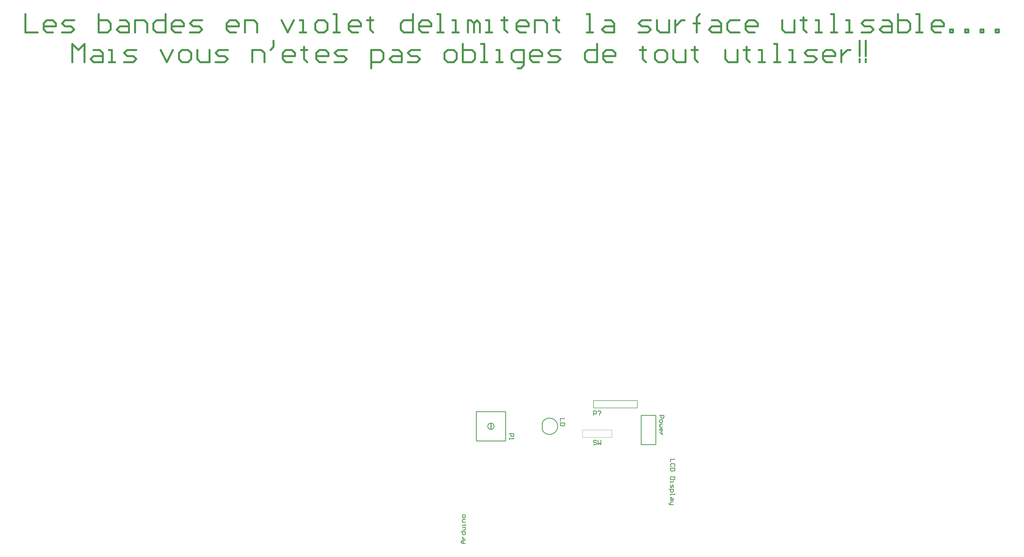
<source format=gto>
G04 Layer_Color=65535*
%FSLAX24Y24*%
%MOIN*%
G70*
G01*
G75*
%ADD25C,0.0100*%
%ADD26C,0.0039*%
%ADD27C,0.0050*%
%ADD28C,0.0079*%
%ADD29C,0.0250*%
G54D25*
X6930Y17000D02*
G03*
X6930Y17000I-430J0D01*
G01*
X13504Y16492D02*
G03*
X13504Y17508I996J508D01*
G01*
X27000Y14500D02*
X29000D01*
X27000D02*
Y18500D01*
X29000Y14500D02*
Y18500D01*
X27000D02*
X29000D01*
X4500Y15000D02*
Y19000D01*
X8500D01*
Y15000D02*
Y19000D01*
X4500Y15000D02*
X8500D01*
X13500Y16500D02*
Y17500D01*
X3000Y1000D02*
X2600D01*
X2400Y1200D01*
X2600Y1400D01*
X3000D01*
X2700D01*
Y1000D01*
X2600Y1600D02*
X3000D01*
X2800D01*
X2700Y1700D01*
X2600Y1800D01*
Y1900D01*
X2400Y2599D02*
X3000D01*
Y2300D01*
X2900Y2200D01*
X2700D01*
X2600Y2300D01*
Y2599D01*
Y2799D02*
X2900D01*
X3000Y2899D01*
Y3199D01*
X2600D01*
X3000Y3399D02*
Y3599D01*
Y3499D01*
X2600D01*
Y3399D01*
X3000Y3899D02*
X2600D01*
Y4199D01*
X2700Y4299D01*
X3000D01*
Y4599D02*
Y4799D01*
X2900Y4899D01*
X2700D01*
X2600Y4799D01*
Y4599D01*
X2700Y4499D01*
X2900D01*
X3000Y4599D01*
X31600Y12500D02*
X31000D01*
Y12100D01*
X31500Y11500D02*
X31600Y11600D01*
Y11800D01*
X31500Y11900D01*
X31100D01*
X31000Y11800D01*
Y11600D01*
X31100Y11500D01*
X31600Y11300D02*
X31000D01*
Y11000D01*
X31100Y10901D01*
X31500D01*
X31600Y11000D01*
Y11300D01*
Y10101D02*
X31000D01*
Y9801D01*
X31100Y9701D01*
X31500D01*
X31600Y9801D01*
Y10101D01*
X31000Y9501D02*
Y9301D01*
Y9401D01*
X31400D01*
Y9501D01*
X31000Y9001D02*
Y8701D01*
X31100Y8601D01*
X31200Y8701D01*
Y8901D01*
X31300Y9001D01*
X31400Y8901D01*
Y8601D01*
X30800Y8401D02*
X31400D01*
Y8101D01*
X31300Y8001D01*
X31100D01*
X31000Y8101D01*
Y8401D01*
Y7802D02*
Y7602D01*
Y7702D01*
X31600D01*
Y7802D01*
X31400Y7202D02*
Y7002D01*
X31300Y6902D01*
X31000D01*
Y7202D01*
X31100Y7302D01*
X31200Y7202D01*
Y6902D01*
X31400Y6702D02*
X31100D01*
X31000Y6602D01*
Y6302D01*
X30900D01*
X30800Y6402D01*
Y6502D01*
X31000Y6302D02*
X31400D01*
X16565Y18065D02*
X15965D01*
Y17665D01*
X16565Y17465D02*
X15965D01*
Y17165D01*
X16065Y17065D01*
X16465D01*
X16565Y17165D01*
Y17465D01*
X9000Y16000D02*
X9600D01*
Y15700D01*
X9500Y15600D01*
X9300D01*
X9200Y15700D01*
Y16000D01*
X9000Y15400D02*
Y15200D01*
Y15300D01*
X9600D01*
X9500Y15400D01*
X29500Y18500D02*
X30100D01*
Y18200D01*
X30000Y18100D01*
X29800D01*
X29700Y18200D01*
Y18500D01*
X29500Y17800D02*
Y17600D01*
X29600Y17500D01*
X29800D01*
X29900Y17600D01*
Y17800D01*
X29800Y17900D01*
X29600D01*
X29500Y17800D01*
X29900Y17300D02*
X29600D01*
X29500Y17200D01*
X29600Y17100D01*
X29500Y17000D01*
X29600Y16901D01*
X29900D01*
X29500Y16401D02*
Y16601D01*
X29600Y16701D01*
X29800D01*
X29900Y16601D01*
Y16401D01*
X29800Y16301D01*
X29700D01*
Y16701D01*
X29900Y16101D02*
X29500D01*
X29700D01*
X29800Y16001D01*
X29900Y15901D01*
Y15801D01*
X20900Y15000D02*
X20800Y15100D01*
X20600D01*
X20500Y15000D01*
Y14900D01*
X20600Y14800D01*
X20800D01*
X20900Y14700D01*
Y14600D01*
X20800Y14500D01*
X20600D01*
X20500Y14600D01*
X21100Y15100D02*
Y14500D01*
X21300Y14700D01*
X21500Y14500D01*
Y15100D01*
X20500Y18500D02*
Y19100D01*
X20800D01*
X20900Y19000D01*
Y18800D01*
X20800Y18700D01*
X20500D01*
X21100Y19000D02*
X21200Y19100D01*
X21400D01*
X21500Y19000D01*
Y18900D01*
X21300Y18700D01*
Y18600D02*
Y18500D01*
G54D26*
X19000Y15500D02*
X23000D01*
X19000D02*
Y16500D01*
X23000D01*
Y15500D02*
Y16500D01*
G54D27*
X6450Y16550D02*
Y17400D01*
X6550Y16600D02*
Y17400D01*
G54D28*
X20500Y20500D02*
X26500D01*
X20500Y19500D02*
X26500D01*
Y20500D01*
X20500Y19500D02*
Y20500D01*
G54D29*
X-50650Y66750D02*
Y69249D01*
X-49817Y68416D01*
X-48984Y69249D01*
Y66750D01*
X-47734Y68416D02*
X-46901D01*
X-46485Y68000D01*
Y66750D01*
X-47734D01*
X-48151Y67167D01*
X-47734Y67583D01*
X-46485D01*
X-45652Y66750D02*
X-44819D01*
X-45235D01*
Y68416D01*
X-45652D01*
X-43569Y66750D02*
X-42319D01*
X-41903Y67167D01*
X-42319Y67583D01*
X-43152D01*
X-43569Y68000D01*
X-43152Y68416D01*
X-41903D01*
X-38571D02*
X-37738Y66750D01*
X-36904Y68416D01*
X-35655Y66750D02*
X-34822D01*
X-34405Y67167D01*
Y68000D01*
X-34822Y68416D01*
X-35655D01*
X-36071Y68000D01*
Y67167D01*
X-35655Y66750D01*
X-33572Y68416D02*
Y67167D01*
X-33156Y66750D01*
X-31906D01*
Y68416D01*
X-31073Y66750D02*
X-29823D01*
X-29407Y67167D01*
X-29823Y67583D01*
X-30656D01*
X-31073Y68000D01*
X-30656Y68416D01*
X-29407D01*
X-26075Y66750D02*
Y68416D01*
X-24825D01*
X-24408Y68000D01*
Y66750D01*
X-23159Y69666D02*
Y68833D01*
X-23575Y68416D01*
X-20660Y66750D02*
X-21493D01*
X-21909Y67167D01*
Y68000D01*
X-21493Y68416D01*
X-20660D01*
X-20243Y68000D01*
Y67583D01*
X-21909D01*
X-18994Y68833D02*
Y68416D01*
X-19410D01*
X-18577D01*
X-18994D01*
Y67167D01*
X-18577Y66750D01*
X-16078D02*
X-16911D01*
X-17327Y67167D01*
Y68000D01*
X-16911Y68416D01*
X-16078D01*
X-15661Y68000D01*
Y67583D01*
X-17327D01*
X-14828Y66750D02*
X-13579D01*
X-13162Y67167D01*
X-13579Y67583D01*
X-14412D01*
X-14828Y68000D01*
X-14412Y68416D01*
X-13162D01*
X-9830Y65917D02*
Y68416D01*
X-8580D01*
X-8164Y68000D01*
Y67167D01*
X-8580Y66750D01*
X-9830D01*
X-6914Y68416D02*
X-6081D01*
X-5665Y68000D01*
Y66750D01*
X-6914D01*
X-7331Y67167D01*
X-6914Y67583D01*
X-5665D01*
X-4831Y66750D02*
X-3582D01*
X-3165Y67167D01*
X-3582Y67583D01*
X-4415D01*
X-4831Y68000D01*
X-4415Y68416D01*
X-3165D01*
X583Y66750D02*
X1417D01*
X1833Y67167D01*
Y68000D01*
X1417Y68416D01*
X583D01*
X167Y68000D01*
Y67167D01*
X583Y66750D01*
X2666Y69249D02*
Y66750D01*
X3916D01*
X4332Y67167D01*
Y67583D01*
Y68000D01*
X3916Y68416D01*
X2666D01*
X5165Y66750D02*
X5998D01*
X5582D01*
Y69249D01*
X5165D01*
X7248Y66750D02*
X8081D01*
X7664D01*
Y68416D01*
X7248D01*
X10164Y65917D02*
X10580D01*
X10997Y66333D01*
Y68416D01*
X9747D01*
X9331Y68000D01*
Y67167D01*
X9747Y66750D01*
X10997D01*
X13079D02*
X12246D01*
X11830Y67167D01*
Y68000D01*
X12246Y68416D01*
X13079D01*
X13496Y68000D01*
Y67583D01*
X11830D01*
X14329Y66750D02*
X15579D01*
X15995Y67167D01*
X15579Y67583D01*
X14746D01*
X14329Y68000D01*
X14746Y68416D01*
X15995D01*
X20993Y69249D02*
Y66750D01*
X19744D01*
X19327Y67167D01*
Y68000D01*
X19744Y68416D01*
X20993D01*
X23076Y66750D02*
X22243D01*
X21827Y67167D01*
Y68000D01*
X22243Y68416D01*
X23076D01*
X23493Y68000D01*
Y67583D01*
X21827D01*
X27241Y68833D02*
Y68416D01*
X26825D01*
X27658D01*
X27241D01*
Y67167D01*
X27658Y66750D01*
X29324D02*
X30157D01*
X30574Y67167D01*
Y68000D01*
X30157Y68416D01*
X29324D01*
X28908Y68000D01*
Y67167D01*
X29324Y66750D01*
X31407Y68416D02*
Y67167D01*
X31823Y66750D01*
X33073D01*
Y68416D01*
X34323Y68833D02*
Y68416D01*
X33906D01*
X34739D01*
X34323D01*
Y67167D01*
X34739Y66750D01*
X38488Y68416D02*
Y67167D01*
X38904Y66750D01*
X40154D01*
Y68416D01*
X41404Y68833D02*
Y68416D01*
X40987D01*
X41820D01*
X41404D01*
Y67167D01*
X41820Y66750D01*
X43070D02*
X43903D01*
X43486D01*
Y68416D01*
X43070D01*
X45152Y66750D02*
X45985D01*
X45569D01*
Y69249D01*
X45152D01*
X47235Y66750D02*
X48068D01*
X47652D01*
Y68416D01*
X47235D01*
X49318Y66750D02*
X50567D01*
X50984Y67167D01*
X50567Y67583D01*
X49734D01*
X49318Y68000D01*
X49734Y68416D01*
X50984D01*
X53066Y66750D02*
X52233D01*
X51817Y67167D01*
Y68000D01*
X52233Y68416D01*
X53066D01*
X53483Y68000D01*
Y67583D01*
X51817D01*
X54316Y68416D02*
Y66750D01*
Y67583D01*
X54733Y68000D01*
X55149Y68416D01*
X55566D01*
X56815Y67583D02*
Y69666D01*
Y67167D02*
Y66750D01*
X57648Y67583D02*
Y69666D01*
Y67167D02*
Y66750D01*
X-57050Y73299D02*
Y70800D01*
X-55384D01*
X-53301D02*
X-54134D01*
X-54551Y71217D01*
Y72050D01*
X-54134Y72466D01*
X-53301D01*
X-52885Y72050D01*
Y71633D01*
X-54551D01*
X-52052Y70800D02*
X-50802D01*
X-50385Y71217D01*
X-50802Y71633D01*
X-51635D01*
X-52052Y72050D01*
X-51635Y72466D01*
X-50385D01*
X-47053Y73299D02*
Y70800D01*
X-45804D01*
X-45387Y71217D01*
Y71633D01*
Y72050D01*
X-45804Y72466D01*
X-47053D01*
X-44138D02*
X-43304D01*
X-42888Y72050D01*
Y70800D01*
X-44138D01*
X-44554Y71217D01*
X-44138Y71633D01*
X-42888D01*
X-42055Y70800D02*
Y72466D01*
X-40805D01*
X-40389Y72050D01*
Y70800D01*
X-37890Y73299D02*
Y70800D01*
X-39139D01*
X-39556Y71217D01*
Y72050D01*
X-39139Y72466D01*
X-37890D01*
X-35807Y70800D02*
X-36640D01*
X-37056Y71217D01*
Y72050D01*
X-36640Y72466D01*
X-35807D01*
X-35390Y72050D01*
Y71633D01*
X-37056D01*
X-34557Y70800D02*
X-33308D01*
X-32891Y71217D01*
X-33308Y71633D01*
X-34141D01*
X-34557Y72050D01*
X-34141Y72466D01*
X-32891D01*
X-28309Y70800D02*
X-29142D01*
X-29559Y71217D01*
Y72050D01*
X-29142Y72466D01*
X-28309D01*
X-27893Y72050D01*
Y71633D01*
X-29559D01*
X-27060Y70800D02*
Y72466D01*
X-25810D01*
X-25394Y72050D01*
Y70800D01*
X-22061Y72466D02*
X-21228Y70800D01*
X-20395Y72466D01*
X-19562Y70800D02*
X-18729D01*
X-19146D01*
Y72466D01*
X-19562D01*
X-17063Y70800D02*
X-16230D01*
X-15813Y71217D01*
Y72050D01*
X-16230Y72466D01*
X-17063D01*
X-17479Y72050D01*
Y71217D01*
X-17063Y70800D01*
X-14980D02*
X-14147D01*
X-14564D01*
Y73299D01*
X-14980D01*
X-11648Y70800D02*
X-12481D01*
X-12898Y71217D01*
Y72050D01*
X-12481Y72466D01*
X-11648D01*
X-11231Y72050D01*
Y71633D01*
X-12898D01*
X-9982Y72883D02*
Y72466D01*
X-10398D01*
X-9565D01*
X-9982D01*
Y71217D01*
X-9565Y70800D01*
X-4150Y73299D02*
Y70800D01*
X-5400D01*
X-5817Y71217D01*
Y72050D01*
X-5400Y72466D01*
X-4150D01*
X-2068Y70800D02*
X-2901D01*
X-3317Y71217D01*
Y72050D01*
X-2901Y72466D01*
X-2068D01*
X-1651Y72050D01*
Y71633D01*
X-3317D01*
X-818Y70800D02*
X15D01*
X-402D01*
Y73299D01*
X-818D01*
X1264Y70800D02*
X2098D01*
X1681D01*
Y72466D01*
X1264D01*
X3347Y70800D02*
Y72466D01*
X3764D01*
X4180Y72050D01*
Y70800D01*
Y72050D01*
X4597Y72466D01*
X5013Y72050D01*
Y70800D01*
X5846D02*
X6679D01*
X6263D01*
Y72466D01*
X5846D01*
X8346Y72883D02*
Y72466D01*
X7929D01*
X8762D01*
X8346D01*
Y71217D01*
X8762Y70800D01*
X11261D02*
X10428D01*
X10012Y71217D01*
Y72050D01*
X10428Y72466D01*
X11261D01*
X11678Y72050D01*
Y71633D01*
X10012D01*
X12511Y70800D02*
Y72466D01*
X13760D01*
X14177Y72050D01*
Y70800D01*
X15427Y72883D02*
Y72466D01*
X15010D01*
X15843D01*
X15427D01*
Y71217D01*
X15843Y70800D01*
X19592D02*
X20425D01*
X20008D01*
Y73299D01*
X19592D01*
X22091Y72466D02*
X22924D01*
X23341Y72050D01*
Y70800D01*
X22091D01*
X21675Y71217D01*
X22091Y71633D01*
X23341D01*
X26673Y70800D02*
X27923D01*
X28339Y71217D01*
X27923Y71633D01*
X27089D01*
X26673Y72050D01*
X27089Y72466D01*
X28339D01*
X29172D02*
Y71217D01*
X29589Y70800D01*
X30838D01*
Y72466D01*
X31671D02*
Y70800D01*
Y71633D01*
X32088Y72050D01*
X32504Y72466D01*
X32921D01*
X34587Y70800D02*
Y72883D01*
Y72050D01*
X34171D01*
X35004D01*
X34587D01*
Y72883D01*
X35004Y73299D01*
X36670Y72466D02*
X37503D01*
X37919Y72050D01*
Y70800D01*
X36670D01*
X36253Y71217D01*
X36670Y71633D01*
X37919D01*
X40418Y72466D02*
X39169D01*
X38752Y72050D01*
Y71217D01*
X39169Y70800D01*
X40418D01*
X42501D02*
X41668D01*
X41252Y71217D01*
Y72050D01*
X41668Y72466D01*
X42501D01*
X42918Y72050D01*
Y71633D01*
X41252D01*
X46250Y72466D02*
Y71217D01*
X46666Y70800D01*
X47916D01*
Y72466D01*
X49166Y72883D02*
Y72466D01*
X48749D01*
X49582D01*
X49166D01*
Y71217D01*
X49582Y70800D01*
X50832D02*
X51665D01*
X51248D01*
Y72466D01*
X50832D01*
X52914Y70800D02*
X53748D01*
X53331D01*
Y73299D01*
X52914D01*
X54997Y70800D02*
X55830D01*
X55414D01*
Y72466D01*
X54997D01*
X57080Y70800D02*
X58329D01*
X58746Y71217D01*
X58329Y71633D01*
X57496D01*
X57080Y72050D01*
X57496Y72466D01*
X58746D01*
X59995D02*
X60829D01*
X61245Y72050D01*
Y70800D01*
X59995D01*
X59579Y71217D01*
X59995Y71633D01*
X61245D01*
X62078Y73299D02*
Y70800D01*
X63328D01*
X63744Y71217D01*
Y71633D01*
Y72050D01*
X63328Y72466D01*
X62078D01*
X64577Y70800D02*
X65410D01*
X64994D01*
Y73299D01*
X64577D01*
X67910Y70800D02*
X67077D01*
X66660Y71217D01*
Y72050D01*
X67077Y72466D01*
X67910D01*
X68326Y72050D01*
Y71633D01*
X66660D01*
X69159Y70800D02*
Y71217D01*
X69576D01*
Y70800D01*
X69159D01*
X71242D02*
Y71217D01*
X71658D01*
Y70800D01*
X71242D01*
X73325D02*
Y71217D01*
X73741D01*
Y70800D01*
X73325D01*
X75407D02*
Y71217D01*
X75824D01*
Y70800D01*
X75407D01*
M02*

</source>
